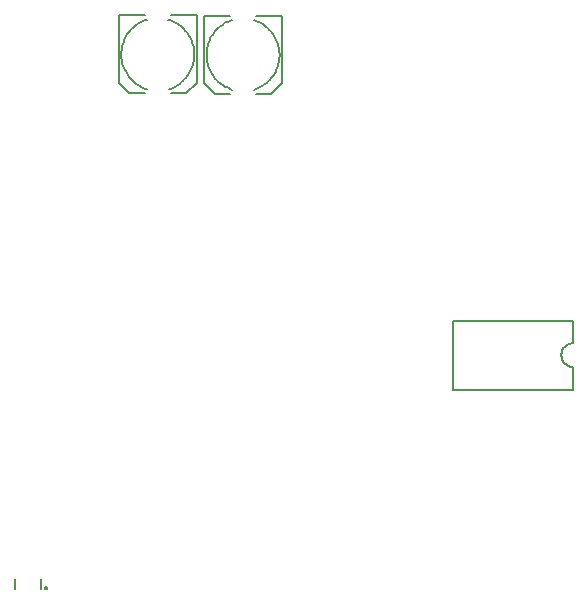
<source format=gbo>
G75*
%MOIN*%
%OFA0B0*%
%FSLAX24Y24*%
%IPPOS*%
%LPD*%
%AMOC8*
5,1,8,0,0,1.08239X$1,22.5*
%
%ADD10C,0.0080*%
%ADD11C,0.0060*%
D10*
X008686Y058582D02*
X008686Y058937D01*
X009552Y058937D02*
X009552Y058582D01*
X009670Y058622D02*
X009672Y058634D01*
X009677Y058645D01*
X009686Y058654D01*
X009697Y058659D01*
X009709Y058661D01*
X009721Y058659D01*
X009732Y058654D01*
X009741Y058645D01*
X009746Y058634D01*
X009748Y058622D01*
X009746Y058610D01*
X009741Y058599D01*
X009732Y058590D01*
X009721Y058585D01*
X009709Y058583D01*
X009697Y058585D01*
X009686Y058590D01*
X009677Y058599D01*
X009672Y058610D01*
X009670Y058622D01*
X012493Y075114D02*
X012138Y075468D01*
X012138Y077712D01*
X013005Y077712D01*
X013871Y077712D02*
X014737Y077712D01*
X014737Y075468D01*
X014383Y075114D01*
X013871Y075114D01*
X013812Y075252D02*
X013877Y075275D01*
X013940Y075301D01*
X014001Y075331D01*
X014061Y075365D01*
X014119Y075401D01*
X014175Y075441D01*
X014228Y075484D01*
X014279Y075530D01*
X014327Y075579D01*
X014372Y075630D01*
X014415Y075684D01*
X014454Y075740D01*
X014490Y075798D01*
X014523Y075859D01*
X014552Y075921D01*
X014578Y075984D01*
X014600Y076049D01*
X014619Y076115D01*
X014633Y076182D01*
X014644Y076249D01*
X014651Y076318D01*
X014655Y076386D01*
X014654Y076455D01*
X014650Y076523D01*
X014641Y076591D01*
X014629Y076658D01*
X014614Y076725D01*
X014594Y076791D01*
X014571Y076855D01*
X014544Y076918D01*
X014513Y076980D01*
X014480Y077039D01*
X014443Y077097D01*
X014402Y077152D01*
X014359Y077205D01*
X014313Y077256D01*
X014264Y077304D01*
X014212Y077349D01*
X014158Y077391D01*
X014102Y077430D01*
X014043Y077466D01*
X013983Y077498D01*
X013921Y077527D01*
X013857Y077553D01*
X013792Y077574D01*
X014981Y077697D02*
X014981Y075452D01*
X015335Y075098D01*
X015847Y075098D01*
X016654Y075236D02*
X016719Y075259D01*
X016782Y075285D01*
X016843Y075315D01*
X016903Y075349D01*
X016961Y075385D01*
X017017Y075425D01*
X017070Y075468D01*
X017121Y075514D01*
X017169Y075563D01*
X017214Y075614D01*
X017257Y075668D01*
X017296Y075724D01*
X017332Y075782D01*
X017365Y075843D01*
X017394Y075905D01*
X017420Y075968D01*
X017442Y076033D01*
X017461Y076099D01*
X017475Y076166D01*
X017486Y076233D01*
X017493Y076302D01*
X017497Y076370D01*
X017496Y076439D01*
X017492Y076507D01*
X017483Y076575D01*
X017471Y076642D01*
X017456Y076709D01*
X017436Y076775D01*
X017413Y076839D01*
X017386Y076902D01*
X017355Y076964D01*
X017322Y077023D01*
X017285Y077081D01*
X017244Y077136D01*
X017201Y077189D01*
X017155Y077240D01*
X017106Y077288D01*
X017054Y077333D01*
X017000Y077375D01*
X016944Y077414D01*
X016885Y077450D01*
X016825Y077482D01*
X016763Y077511D01*
X016699Y077537D01*
X016634Y077558D01*
X016713Y077697D02*
X017579Y077697D01*
X017579Y075452D01*
X017225Y075098D01*
X016713Y075098D01*
X015926Y075236D02*
X015861Y075257D01*
X015797Y075283D01*
X015735Y075312D01*
X015675Y075344D01*
X015616Y075380D01*
X015560Y075419D01*
X015506Y075461D01*
X015454Y075506D01*
X015405Y075554D01*
X015359Y075605D01*
X015316Y075658D01*
X015275Y075713D01*
X015238Y075771D01*
X015205Y075830D01*
X015174Y075892D01*
X015147Y075955D01*
X015124Y076019D01*
X015104Y076085D01*
X015089Y076152D01*
X015077Y076219D01*
X015068Y076287D01*
X015064Y076355D01*
X015063Y076424D01*
X015067Y076492D01*
X015074Y076561D01*
X015085Y076628D01*
X015099Y076695D01*
X015118Y076761D01*
X015140Y076826D01*
X015166Y076889D01*
X015195Y076951D01*
X015228Y077012D01*
X015264Y077070D01*
X015303Y077126D01*
X015346Y077180D01*
X015391Y077231D01*
X015439Y077280D01*
X015490Y077326D01*
X015543Y077369D01*
X015599Y077409D01*
X015657Y077445D01*
X015717Y077479D01*
X015778Y077509D01*
X015841Y077535D01*
X015906Y077558D01*
X015847Y077697D02*
X014981Y077697D01*
X013064Y077574D02*
X012999Y077551D01*
X012936Y077525D01*
X012875Y077495D01*
X012815Y077461D01*
X012757Y077425D01*
X012701Y077385D01*
X012648Y077342D01*
X012597Y077296D01*
X012549Y077247D01*
X012504Y077196D01*
X012461Y077142D01*
X012422Y077086D01*
X012386Y077028D01*
X012353Y076967D01*
X012324Y076905D01*
X012298Y076842D01*
X012276Y076777D01*
X012257Y076711D01*
X012243Y076644D01*
X012232Y076577D01*
X012225Y076508D01*
X012221Y076440D01*
X012222Y076371D01*
X012226Y076303D01*
X012235Y076235D01*
X012247Y076168D01*
X012262Y076101D01*
X012282Y076035D01*
X012305Y075971D01*
X012332Y075908D01*
X012363Y075846D01*
X012396Y075787D01*
X012433Y075729D01*
X012474Y075674D01*
X012517Y075621D01*
X012563Y075570D01*
X012612Y075522D01*
X012664Y075477D01*
X012718Y075435D01*
X012774Y075396D01*
X012833Y075360D01*
X012893Y075328D01*
X012955Y075299D01*
X013019Y075273D01*
X013084Y075252D01*
X013005Y075114D02*
X012493Y075114D01*
D11*
X023292Y067543D02*
X023292Y065243D01*
X027292Y065243D01*
X027292Y065993D01*
X027253Y065995D01*
X027214Y066001D01*
X027176Y066010D01*
X027139Y066023D01*
X027103Y066040D01*
X027070Y066060D01*
X027038Y066084D01*
X027009Y066110D01*
X026983Y066139D01*
X026959Y066171D01*
X026939Y066204D01*
X026922Y066240D01*
X026909Y066277D01*
X026900Y066315D01*
X026894Y066354D01*
X026892Y066393D01*
X026894Y066432D01*
X026900Y066471D01*
X026909Y066509D01*
X026922Y066546D01*
X026939Y066582D01*
X026959Y066615D01*
X026983Y066647D01*
X027009Y066676D01*
X027038Y066702D01*
X027070Y066726D01*
X027103Y066746D01*
X027139Y066763D01*
X027176Y066776D01*
X027214Y066785D01*
X027253Y066791D01*
X027292Y066793D01*
X027292Y067543D01*
X023292Y067543D01*
M02*

</source>
